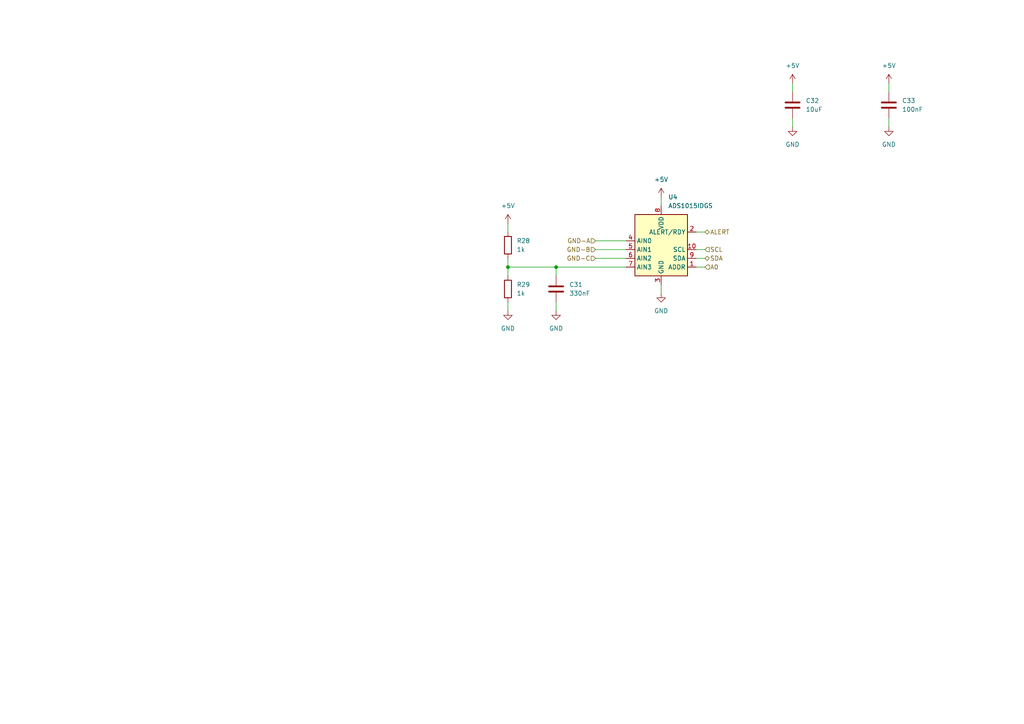
<source format=kicad_sch>
(kicad_sch (version 20211123) (generator eeschema)
  (paper "A4")
  (lib_symbols
    (symbol "Analog_ADC:ADS1015IDGS"
      (property "Reference" "U" (at 2.54 13.97 0))
      (property "Value" "ADS1015IDGS" (at 7.62 11.43 0))
      (symbol "ADS1015IDGS_0_1"
        (rectangle (start -7.62 10.16) (end 7.62 -7.62) (stroke (width 0.254)) (fill (type background)))
      )
      (symbol "ADS1015IDGS_1_1"
        (pin input line (at 10.16 -5.08 180) (length 2.54) (name "ADDR") (number "1"))
        (pin input line (at 10.16 0 180) (length 2.54) (name "SCL") (number "10"))
        (pin output line (at 10.16 5.08 180) (length 2.54) (name "ALERT/RDY") (number "2"))
        (pin power_in line (at 0 -10.16 90) (length 2.54) (name "GND") (number "3"))
        (pin input line (at -10.16 2.54 0) (length 2.54) (name "AIN0") (number "4"))
        (pin input line (at -10.16 0 0) (length 2.54) (name "AIN1") (number "5"))
        (pin input line (at -10.16 -2.54 0) (length 2.54) (name "AIN2") (number "6"))
        (pin input line (at -10.16 -5.08 0) (length 2.54) (name "AIN3") (number "7"))
        (pin power_in line (at 0 12.7 270) (length 2.54) (name "VDD") (number "8"))
        (pin bidirectional line (at 10.16 -2.54 180) (length 2.54) (name "SDA") (number "9"))
      )
    )
    (symbol "Device:C" (pin_numbers hide) (pin_names (offset 0.254))
      (property "Reference" "C" (at 0.635 2.54 0))
      (property "Value" "C" (at 0.635 -2.54 0))
      (symbol "C_0_1"
        (polyline (pts (xy -2.032 -0.762) (xy 2.032 -0.762)) (stroke (width 0.508)))
        (polyline (pts (xy -2.032 0.762) (xy 2.032 0.762)) (stroke (width 0.508)))
      )
      (symbol "C_1_1"
        (pin passive line (at 0 3.81 270) (length 2.794) (name "~") (number "1"))
        (pin passive line (at 0 -3.81 90) (length 2.794) (name "~") (number "2"))
      )
    )
    (symbol "Device:R" (pin_numbers hide) (pin_names (offset 0))
      (property "Reference" "R" (at 2.032 0 90))
      (property "Value" "R" (at 0 0 90))
      (symbol "R_0_1"
        (rectangle (start -1.016 -2.54) (end 1.016 2.54) (stroke (width 0.254)))
      )
      (symbol "R_1_1"
        (pin passive line (at 0 3.81 270) (length 1.27) (name "~") (number "1"))
        (pin passive line (at 0 -3.81 90) (length 1.27) (name "~") (number "2"))
      )
    )
    (symbol "power:+5V" (power) (pin_names (offset 0))
      (property "Value" "+5V" (at 0 3.556 0))
      (symbol "+5V_0_1"
        (polyline (pts (xy -0.762 1.27) (xy 0 2.54)))
        (polyline (pts (xy 0 0) (xy 0 2.54)))
        (polyline (pts (xy 0 2.54) (xy 0.762 1.27)))
      )
      (symbol "+5V_1_1"
        (pin power_in line (at 0 0 90) (length 0) hide (name "+5V") (number "1"))
      )
    )
    (symbol "power:GND" (power) (pin_names (offset 0))
      (property "Value" "GND" (at 0 -3.81 0))
      (symbol "GND_0_1"
        (polyline (pts (xy 0 0) (xy 0 -1.27) (xy 1.27 -1.27) (xy 0 -2.54) (xy -1.27 -1.27) (xy 0 -1.27)))
      )
      (symbol "GND_1_1"
        (pin power_in line (at 0 0 270) (length 0) hide (name "GND") (number "1"))
      )
    )
  )
  (junction (at 161.29 77.47))
  (junction (at 147.32 77.47))
  (wire (pts (xy 147.32 74.93) (xy 147.32 77.47)))
  (wire (pts (xy 201.93 77.47) (xy 204.47 77.47)))
  (wire (pts (xy 172.72 74.93) (xy 181.61 74.93)))
  (wire (pts (xy 147.32 77.47) (xy 161.29 77.47)))
  (wire (pts (xy 201.93 67.31) (xy 204.47 67.31)))
  (wire (pts (xy 257.81 24.13) (xy 257.81 26.67)))
  (wire (pts (xy 229.87 34.29) (xy 229.87 36.83)))
  (wire (pts (xy 147.32 77.47) (xy 147.32 80.01)))
  (wire (pts (xy 257.81 34.29) (xy 257.81 36.83)))
  (wire (pts (xy 161.29 87.63) (xy 161.29 90.17)))
  (wire (pts (xy 172.72 69.85) (xy 181.61 69.85)))
  (wire (pts (xy 147.32 64.77) (xy 147.32 67.31)))
  (wire (pts (xy 172.72 72.39) (xy 181.61 72.39)))
  (wire (pts (xy 147.32 87.63) (xy 147.32 90.17)))
  (wire (pts (xy 161.29 77.47) (xy 181.61 77.47)))
  (wire (pts (xy 161.29 77.47) (xy 161.29 80.01)))
  (wire (pts (xy 201.93 74.93) (xy 204.47 74.93)))
  (wire (pts (xy 191.77 82.55) (xy 191.77 85.09)))
  (wire (pts (xy 191.77 57.15) (xy 191.77 59.69)))
  (wire (pts (xy 229.87 24.13) (xy 229.87 26.67)))
  (wire (pts (xy 201.93 72.39) (xy 204.47 72.39)))
  (hierarchical_label "GND-A" (shape input) (at 172.72 69.85 180))
  (hierarchical_label "SCL" (shape input) (at 204.47 72.39 0))
  (hierarchical_label "SDA" (shape bidirectional) (at 204.47 74.93 0))
  (hierarchical_label "ALERT" (shape bidirectional) (at 204.47 67.31 0))
  (hierarchical_label "GND-C" (shape input) (at 172.72 74.93 180))
  (hierarchical_label "GND-B" (shape input) (at 172.72 72.39 180))
  (hierarchical_label "A0" (shape input) (at 204.47 77.47 0))
  (symbol (lib_id "power:GND") (at 191.77 85.09 0) (unit 1)
    (property "Reference" "#PWR082" (effects hide))
    (property "Value" "GND" (at 191.77 90.17 0))
  )
  (symbol (lib_id "Device:C") (at 257.81 30.48 0) (unit 1)
    (property "Reference" "C33" (at 261.62 29.2099 0) (effects (justify left)))
    (property "Value" "100nF" (at 261.62 31.7499 0) (effects (justify left)))
    (property "Footprint" "Capacitor_SMD:C_0603_1608Metric" (effects hide))
    (property "LCSC Part #" "C14663" (effects hide))
  )
  (symbol (lib_id "power:+5V") (at 191.77 57.15 0) (unit 1)
    (property "Reference" "#PWR081" (effects hide))
    (property "Value" "+5V" (at 191.77 52.07 0))
  )
  (symbol (lib_id "Analog_ADC:ADS1015IDGS") (at 191.77 72.39 0) (unit 1)
    (property "Reference" "U4" (at 193.7894 57.15 0) (effects (justify left)))
    (property "Value" "ADS1015IDGS" (at 193.7894 59.69 0) (effects (justify left)))
    (property "Footprint" "Package_SO:TSSOP-10_3x3mm_P0.5mm" (effects hide))
    (property "Datasheet" "http://www.ti.com/lit/ds/symlink/ads1015.pdf" (effects hide))
    (property "LCSC Part #" "C193969" (effects hide))
    (property "JLCPCB Rotation Offset" "-90" (effects hide))
  )
  (symbol (lib_id "Device:C") (at 161.29 83.82 0) (unit 1)
    (property "Reference" "C31" (at 165.1 82.5499 0) (effects (justify left)))
    (property "Value" "330nF" (at 165.1 85.0899 0) (effects (justify left)))
    (property "Footprint" "Capacitor_SMD:C_1206_3216Metric_Pad1.33x1.80mm_HandSolder" (effects hide))
    (property "LCSC Part #" "C274377" (effects hide))
  )
  (symbol (lib_id "power:+5V") (at 147.32 64.77 0) (unit 1)
    (property "Reference" "#PWR078" (effects hide))
    (property "Value" "+5V" (at 147.32 59.69 0))
  )
  (symbol (lib_id "power:GND") (at 147.32 90.17 0) (unit 1)
    (property "Reference" "#PWR079" (effects hide))
    (property "Value" "GND" (at 147.32 95.25 0))
  )
  (symbol (lib_id "power:GND") (at 161.29 90.17 0) (unit 1)
    (property "Reference" "#PWR080" (effects hide))
    (property "Value" "GND" (at 161.29 95.25 0))
  )
  (symbol (lib_id "Device:R") (at 147.32 71.12 0) (unit 1)
    (property "Reference" "R28" (at 149.86 69.8499 0) (effects (justify left)))
    (property "Value" "1k" (at 149.86 72.3899 0) (effects (justify left)))
    (property "Footprint" "Resistor_SMD:R_1206_3216Metric_Pad1.30x1.75mm_HandSolder" (effects hide))
    (property "LCSC Part #" "C4410" (effects hide))
  )
  (symbol (lib_id "power:+5V") (at 229.87 24.13 0) (unit 1)
    (property "Reference" "#PWR083" (effects hide))
    (property "Value" "+5V" (at 229.87 19.05 0))
  )
  (symbol (lib_id "Device:R") (at 147.32 83.82 0) (unit 1)
    (property "Reference" "R29" (at 149.86 82.5499 0) (effects (justify left)))
    (property "Value" "1k" (at 149.86 85.0899 0) (effects (justify left)))
    (property "Footprint" "Resistor_SMD:R_1206_3216Metric_Pad1.30x1.75mm_HandSolder" (effects hide))
    (property "LCSC Part #" "C4410" (effects hide))
  )
  (symbol (lib_id "Device:C") (at 229.87 30.48 0) (unit 1)
    (property "Reference" "C32" (at 233.68 29.2099 0) (effects (justify left)))
    (property "Value" "10uF" (at 233.68 31.7499 0) (effects (justify left)))
    (property "Footprint" "Capacitor_SMD:C_1206_3216Metric" (effects hide))
    (property "LCSC Part #" "C13585" (effects hide))
  )
  (symbol (lib_id "power:GND") (at 257.81 36.83 0) (unit 1)
    (property "Reference" "#PWR086" (effects hide))
    (property "Value" "GND" (at 257.81 41.91 0))
  )
  (symbol (lib_id "power:+5V") (at 257.81 24.13 0) (unit 1)
    (property "Reference" "#PWR085" (effects hide))
    (property "Value" "+5V" (at 257.81 19.05 0))
  )
  (symbol (lib_id "power:GND") (at 229.87 36.83 0) (unit 1)
    (property "Reference" "#PWR084" (effects hide))
    (property "Value" "GND" (at 229.87 41.91 0))
  )
)
</source>
